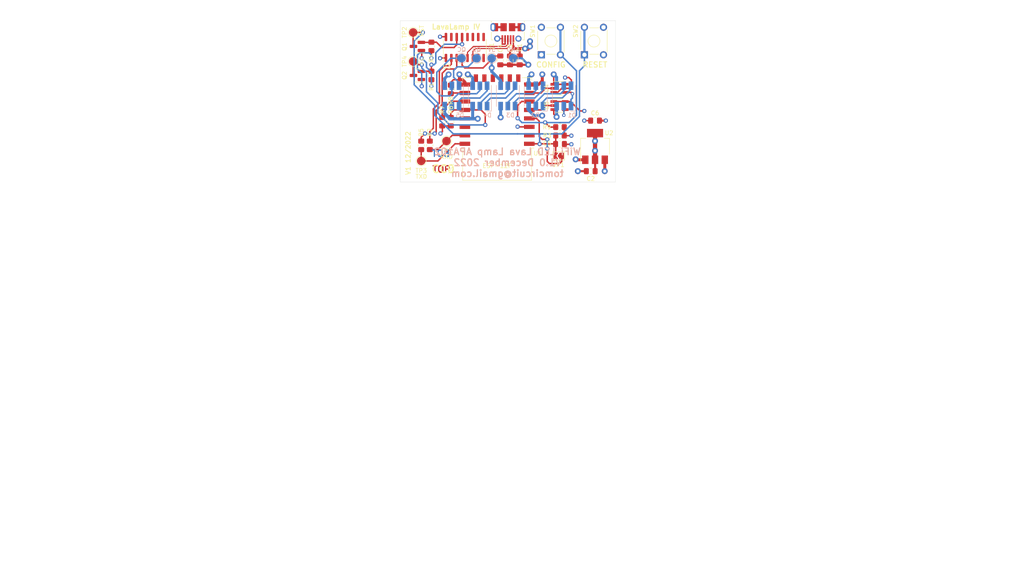
<source format=kicad_pcb>
(kicad_pcb (version 20211014) (generator pcbnew)
  (title_block (title "ESP-12F APA102 LED Lava Lamp") (date "2022-12-13") (rev "1") (company "tomcircuit@gmail.com") (comment 1 "CC PD"))
  (layers (0 "F.Cu" signal) (1 "In1.Cu" mixed) (2 "In2.Cu" mixed) (31 "B.Cu" signal) (36 "B.SilkS" user "B.Silkscreen") (37 "F.SilkS" user "F.Silkscreen") (38 "B.Mask" user) (39 "F.Mask" user) (44 "Edge.Cuts" user))
  (net 0 "")
  (net 1 "GND")
  (net 2 "/MOSI")
  (net 3 "Net-(J1-Pad2)")
  (net 4 "/SCLK")
  (net 5 "+5V")
  (net 6 "Net-(D1-Pad5)")
  (net 7 "Net-(D1-Pad6)")
  (net 8 "Net-(D2-Pad5)")
  (net 9 "Net-(D2-Pad6)")
  (net 10 "Net-(D3-Pad5)")
  (net 11 "Net-(D3-Pad6)")
  (net 12 "Net-(D4-Pad5)")
  (net 13 "Net-(D4-Pad6)")
  (net 14 "Net-(D5-Pad5)")
  (net 15 "Net-(J1-Pad3)")
  (net 16 "/WAKE")
  (net 17 "/RST")
  (net 18 "Net-(Q1-Pad1)")
  (net 19 "/RTS")
  (net 20 "Net-(Q2-Pad1)")
  (net 21 "/DTR")
  (net 22 "/GPIO0")
  (net 23 "/USBTX")
  (net 24 "/RXD0")
  (net 25 "VDD")
  (net 26 "/USBRX")
  (net 27 "/TXD0")
  (net 28 "/GPIO2")
  (net 30 "/GPIO14")
  (net 31 "/GPIO13")
  (net 38 "Net-(C4-Pad1)")
  (net 47 "/GPIO12")
  (net 48 "/GPIO15")
  (net 50 "Net-(D5-Pad6)")
  (footprint "Connector_USB:USB_Micro-B_Molex-105017-0001" (layer "F.Cu") (at 150.000005 61.743996 180)
    (fp_text reference "J1")
    (fp_text value "USB_B_Micro")
  )
  (footprint "TestPoint:TestPoint_Pad_D2.0mm" (layer "F.Cu") (at 127.648 61.744 180)
    (fp_text reference "TP2")
    (fp_text value "RST")
  )
  (footprint "TestPoint:TestPoint_Pad_D2.0mm" (layer "F.Cu") (at 127.648 68.602)
    (fp_text reference "TP4")
    (fp_text value "GPIO0")
  )
  (footprint "Capacitor_SMD:C_0805_2012Metric_Pad1.18x1.45mm_HandSolder" (layer "F.Cu") (at 148.222 68.348 -90)
    (fp_text reference "C4")
    (fp_text value "100nF")
  )
  (footprint "Resistor_SMD:R_0805_2012Metric_Pad1.20x1.40mm_HandSolder" (layer "F.Cu") (at 131.966 65.046 -90)
    (fp_text reference "R4")
    (fp_text value "10K")
  )
  (footprint "Resistor_SMD:R_0805_2012Metric_Pad1.20x1.40mm_HandSolder" (layer "F.Cu") (at 136.538 75.206 -90)
    (fp_text reference "R8")
    (fp_text value "10K")
  )
  (footprint "MountingHole:MountingHole_3.2mm_M3" (layer "F.Cu") (at 171.844005 74.443996)
    (fp_text reference "H2" hide)
    (fp_text value "0.125in hole")
  )
  (footprint "Button_Switch_THT:SW_TH_Tactile_Omron_B3F-10xx" (layer "F.Cu") (at 157.91 67.026 90)
    (fp_text reference "SW1")
    (fp_text value "SW_Push_Dual")
  )
  (footprint "Capacitor_SMD:C_0805_2012Metric_Pad1.18x1.45mm_HandSolder" (layer "F.Cu") (at 170.574 82.572)
    (fp_text reference "C6")
    (fp_text value "100nF")
  )
  (footprint "TestPoint:TestPoint_Pad_D2.0mm" (layer "F.Cu") (at 135.522 87.398 -90)
    (fp_text reference "TP1")
    (fp_text value "RXD")
  )
  (footprint "Jumper:SolderJumper-2_P1.3mm_Open_TrianglePad1.0x1.5mm" (layer "F.Cu") (at 162 90.9 180)
    (fp_text reference "JP1")
    (fp_text value "Jumper_2_Open" hide)
  )
  (footprint "Capacitor_SMD:C_0805_2012Metric_Pad1.18x1.45mm_HandSolder" (layer "F.Cu") (at 150.508 68.348 -90)
    (fp_text reference "C3")
    (fp_text value "100nF")
  )
  (footprint "Package_TO_SOT_SMD:SOT-223-3_TabPin2" (layer "F.Cu") (at 170.574 88.668 90)
    (fp_text reference "U2")
    (fp_text value "LM1117-3.3")
  )
  (footprint "Resistor_SMD:R_0805_2012Metric_Pad1.20x1.40mm_HandSolder" (layer "F.Cu") (at 136.538 82.826 -90)
    (fp_text reference "R6")
    (fp_text value "10K")
  )
  (footprint "Resistor_SMD:R_0805_2012Metric_Pad1.20x1.40mm_HandSolder" (layer "F.Cu") (at 134.506 82.826 90)
    (fp_text reference "R7")
    (fp_text value "10K")
  )
  (footprint "Resistor_SMD:R_0805_2012Metric_Pad1.20x1.40mm_HandSolder" (layer "F.Cu") (at 162.3 84.096 180)
    (fp_text reference "R9")
    (fp_text value "10K")
  )
  (footprint "Capacitor_SMD:C_0805_2012Metric_Pad1.18x1.45mm_HandSolder" (layer "F.Cu") (at 162.3 88.1)
    (fp_text reference "C5")
    (fp_text value "470pF")
  )
  (footprint "Resistor_SMD:R_0805_2012Metric_Pad1.20x1.40mm_HandSolder" (layer "F.Cu") (at 129.553 88.414 -90)
    (fp_text reference "R5")
    (fp_text value "470")
  )
  (footprint "Package_TO_SOT_SMD:SOT-23-5_HandSoldering" (layer "F.Cu") (at 162.192 79.016)
    (fp_text reference "U5")
    (fp_text value "74AHCT1G126")
  )
  (footprint "TestPoint:TestPoint_Pad_D2.0mm" (layer "F.Cu") (at 129.553 92.097 90)
    (fp_text reference "TP3")
    (fp_text value "TXD")
  )
  (footprint "RF_Module:ESP-12E" (layer "F.Cu") (at 147.46 84.546 180)
    (fp_text reference "U1")
    (fp_text value "ESP-12F")
  )
  (footprint "Package_TO_SOT_SMD:SOT-23-5_HandSoldering" (layer "F.Cu") (at 162.192 74.952)
    (fp_text reference "U4")
    (fp_text value "74AHCT1G126")
  )
  (footprint "Resistor_SMD:R_0805_2012Metric_Pad1.20x1.40mm_HandSolder" (layer "F.Cu") (at 131.966 71.904 -90)
    (fp_text reference "R1")
    (fp_text value "10K")
  )
  (footprint "Resistor_SMD:R_0805_2012Metric_Pad1.20x1.40mm_HandSolder" (layer "F.Cu") (at 131.585 88.414 -90)
    (fp_text reference "R2")
    (fp_text value "470")
  )
  (footprint "Button_Switch_THT:SW_TH_Tactile_Omron_B3F-10xx" (layer "F.Cu") (at 168.07 67.026 90)
    (fp_text reference "SW2")
    (fp_text value "SW_Push_Dual")
  )
  (footprint "Resistor_SMD:R_0805_2012Metric_Pad1.20x1.40mm_HandSolder" (layer "F.Cu") (at 162.3 86.1)
    (fp_text reference "R3")
    (fp_text value "10K")
  )
  (footprint "Capacitor_SMD:C_0805_2012Metric_Pad1.18x1.45mm_HandSolder" (layer "F.Cu") (at 169.558 94.51 180)
    (fp_text reference "C2")
    (fp_text value "4.7uF")
  )
  (footprint "Package_TO_SOT_SMD:SOT-23" (layer "F.Cu") (at 128.664 65.046 180)
    (fp_text reference "Q1")
    (fp_text value "MMBTA06")
  )
  (footprint "Capacitor_SMD:C_0805_2012Metric_Pad1.18x1.45mm_HandSolder" (layer "F.Cu") (at 152.794 68.348 -90)
    (fp_text reference "C1")
    (fp_text value "4.7uF")
  )
  (footprint "Package_SO:SOIC-16_3.9x9.9mm_P1.27mm" (layer "F.Cu") (at 139.84 65.3 90)
    (fp_text reference "U3")
    (fp_text value "CH340C")
  )
  (footprint "Package_TO_SOT_SMD:SOT-23" (layer "F.Cu") (at 128.664 71.904 180)
    (fp_text reference "Q2")
    (fp_text value "MMBTA06")
  )
  (footprint "MountingHole:MountingHole_3.2mm_M3" (layer "F.Cu") (at 128.156 79.524)
    (fp_text reference "H1" hide)
    (fp_text value "0.125in hole")
  )
  (footprint "TestPoint:TestPoint_Pad_D2.0mm" (layer "B.Cu") (at 142.634 67.84 180)
    (fp_text reference "TP5" hide)
    (fp_text value "QD")
  )
  (footprint "LED_SMD:LED_RGB_5050-6" (layer "B.Cu") (at 163.208005 76.729996 90)
    (fp_text reference "D1")
    (fp_text value "APA102")
  )
  (footprint "LED_SMD:LED_RGB_5050-6" (layer "B.Cu") (at 150.000005 76.729996 90)
    (fp_text reference "D3")
    (fp_text value "APA102")
  )
  (footprint "TestPoint:TestPoint_Pad_D2.0mm" (layer "B.Cu") (at 139.078005 67.839996 180)
    (fp_text reference "TP6" hide)
    (fp_text value "QC")
  )
  (footprint "LED_SMD:LED_RGB_5050-6" (layer "B.Cu") (at 143.396005 76.729996 90)
    (fp_text reference "D4")
    (fp_text value "APA102")
  )
  (footprint "LED_SMD:LED_RGB_5050-6" (layer "B.Cu") (at 136.792005 76.729996 90)
    (fp_text reference "D5")
    (fp_text value "APA102")
  )
  (footprint "TestPoint:TestPoint_Pad_D2.0mm" (layer "B.Cu") (at 146.190005 67.839996 180)
    (fp_text reference "TP8" hide)
    (fp_text value "5V")
  )
  (footprint "LED_SMD:LED_RGB_5050-6" (layer "B.Cu") (at 156.604005 76.729996 90)
    (fp_text reference "D2")
    (fp_text value "APA102")
  )
  (footprint "TestPoint:TestPoint_Pad_D2.0mm" (layer "B.Cu") (at 151.267745 67.830445 180)
    (fp_text reference "TP7" hide)
    (fp_text value "GND")
  )
  (gr_line (start 137.173 92.859) (end 136.03 95.018) (layer "F.SilkS") (width 0.12))
  (gr_line (start 124.6 97.05) (end 175.4 97.05) (layer "Edge.Cuts") (width 0.05))
  (gr_line (start 175.4 97.05) (end 175.4 58.95) (layer "Edge.Cuts") (width 0.05))
  (gr_line (start 175.4 58.95) (end 124.6 58.95) (layer "Edge.Cuts") (width 0.05))
  (gr_line (start 124.6 58.95) (end 124.6 97.05) (layer "Edge.Cuts") (width 0.05))
  (gr_text "TOP" (at 134.3536 94.0528) (layer "F.Cu") (effects (font (size 1.5 1.5) (thickness 0.3))))
  (gr_text "BOT" (at 134.2012 90.3444) (layer "B.Cu") (effects (font (size 1.5 1.5) (thickness 0.3)) (justify mirror)))
  (gr_text "WiFi LED Lava Lamp APA102\nV1.0 December 2022\ntomcircuit@gmail.com" (at 149.9 92.478) (layer "B.SilkS") (effects (font (size 1.6 1.6) (thickness 0.3)) (justify mirror)))
  (gr_text "CONFIG" (at 160.16 69.364) (layer "F.SilkS") (effects (font (size 1.27 1.27) (thickness 0.2286))))
  (gr_text "LavaLamp IV" (at 137.7572 60.4232) (layer "F.SilkS") (effects (font (size 1.2 1.2) (thickness 0.25))))
  (gr_text "V1 12/2022" (at 126.4796 90.2428 90) (layer "F.SilkS") (effects (font (size 1.1 1.1) (thickness 0.2))))
  (gr_text "RESET" (at 170.574005 69.364) (layer "F.SilkS") (effects (font (size 1.27 1.27) (thickness 0.2286))))
  (gr_text "CC0" (at 134.76 94.002) (layer "F.SilkS") (effects (font (size 1.8 1.8) (thickness 0.3))))
  (segment (start 139.319999 72.919999) (end 138.570001 72.919999) (width 0.7) (layer "F.Cu") (net 1))
  (segment (start 163.3375 88.1) (end 163.3975 88.16) (width 0.35) (layer "F.Cu") (net 1))
  (segment (start 164.446022 74.952) (end 165 74.398022) (width 0.35) (layer "F.Cu") (net 1))
  (segment (start 148.7 63.206501) (end 148.700005 63.206496) (width 0.35) (layer "F.Cu") (net 1))
  (segment (start 168.274 91.818) (end 166.104 91.818) (width 0.7) (layer "F.Cu") (net 1))
  (segment (start 163.5 72.4) (end 164.4 72.4) (width 0.35) (layer "F.Cu") (net 1))
  (segment (start 149.000005 60.506496) (end 146.500005 60.506496) (width 0.5) (layer "F.Cu") (net 1))
  (segment (start 137.147601 72.919999) (end 138.570001 72.919999) (width 0.35) (layer "F.Cu") (net 1))
  (segment (start 148.700005 63.206496) (end 147.500005 63.206496) (width 0.25) (layer "F.Cu") (net 1))
  (segment (start 160.842 81.042) (end 161.5 81.7) (width 0.35) (layer "F.Cu") (net 1))
  (segment (start 160.842 79.966) (end 160.842 81.042) (width 0.35) (layer "F.Cu") (net 1))
  (segment (start 168.5205 94.51) (end 166.51 94.51) (width 0.5) (layer "F.Cu") (net 1))
  (segment (start 165 74.398022) (end 165 73) (width 0.35) (layer "F.Cu") (net 1))
  (segment (start 154.804501 69.3855) (end 148.222 69.3855) (width 0.5) (layer "F.Cu") (net 1))
  (segment (start 163.3975 88.16) (end 164.986 88.16) (width 0.35) (layer "F.Cu") (net 1))
  (segment (start 149.3 64.5) (end 148.7 64.5) (width 0.35) (layer "F.Cu") (net 1))
  (segment (start 149.350005 63.206496) (end 149.350005 64.449995) (width 0.35) (layer "F.Cu") (net 1))
  (segment (start 135.395 67.775) (end 134.063 67.775) (width 0.35) (layer "F.Cu") (net 1))
  (segment (start 164.4 72.4) (end 165 73) (width 0.35) (layer "F.Cu") (net 1))
  (segment (start 166.104 91.818) (end 166.002 91.716) (width 0.7) (layer "F.Cu") (net 1))
  (segment (start 134.063 67.775) (end 133.998 67.84) (width 0.35) (layer "F.Cu") (net 1))
  (segment (start 162.7 74.952) (end 164.446022 74.952) (width 0.35) (layer "F.Cu") (net 1))
  (segment (start 154.826005 69.363996) (end 154.804501 69.3855) (width 0.5) (layer "F.Cu") (net 1))
  (segment (start 138.57 71.65) (end 138.570001 72.919999) (width 0.7) (layer "F.Cu") (net 1))
  (segment (start 152.900005 60.506496) (end 151.000005 60.506496) (width 0.5) (layer "F.Cu") (net 1))
  (segment (start 148.7 64.5) (end 148.7 63.206501) (width 0.35) (layer "F.Cu") (net 1))
  (segment (start 171.6115 82.572) (end 173.114 82.572) (width 0.5) (layer "F.Cu") (net 1))
  (segment (start 161.75 75.902) (end 162.7 74.952) (width 0.35) (layer "F.Cu") (net 1))
  (segment (start 139.86 73.46) (end 139.319999 72.919999) (width 0.7) (layer "F.Cu") (net 1))
  (segment (start 160.842 75.902) (end 161.75 75.902) (width 0.35) (layer "F.Cu") (net 1))
  (segment (start 139.86 74.046) (end 139.86 73.46) (width 0.7) (layer "F.Cu") (net 1))
  (segment (start 136.538 74.206) (end 136.538 73.5296) (width 0.35) (layer "F.Cu") (net 1))
  (segment (start 149.350005 64.449995) (end 149.3 64.5) (width 0.35) (layer "F.Cu") (net 1))
  (segment (start 136.538 73.5296) (end 137.147601 72.919999) (width 0.35) (layer "F.Cu") (net 1))
  (via (at 164.986 88.16) (size 1) (drill 0.5) (layers "F.Cu" "B.Cu") (net 1))
  (via (at 138.57 71.65) (size 1.4) (drill 0.7) (layers "F.Cu" "B.Cu") (net 1))
  (via (at 133.998 67.84) (size 1) (drill 0.5) (layers "F.Cu" "B.Cu") (net 1))
  (via (at 161.5 81.7) (size 1.4) (drill 0.7) (layers "F.Cu" "B.Cu") (net 1))
  (via (at 166.002 91.716) (size 1.4) (drill 0.7) (layers "F.Cu" "B.Cu") (net 1))
  (via (at 163.5 72.4) (size 1) (drill 0.5) (layers "F.Cu" "B.Cu") (net 1))
  (via (at 173.114 82.572) (size 1) (drill 0.5) (layers "F.Cu" "B.Cu") (net 1))
  (via (at 148.3 81.8) (size 1.4) (drill 0.7) (layers "F.Cu" "B.Cu") (net 1))
  (via (at 158.1 81.4) (size 1.4) (drill 0.7) (layers "F.Cu" "B.Cu") (net 1))
  (via (at 166.51 94.51) (size 1.4) (drill 0.7) (layers "F.Cu" "B.Cu") (net 1))
  (via (at 142.888 82.1225) (size 1.4) (drill 0.7) (layers "F.Cu" "B.Cu") (net 1))
  (via (at 154.826005 69.363996) (size 1.4) (drill 0.7) (layers "F.Cu" "B.Cu") (net 1))
  (segment (start 151.267745 67.830445) (end 153.292445 67.830445) (width 0.5) (layer "B.Cu") (net 1))
  (segment (start 156.2 81.4) (end 158.1 81.4) (width 0.7) (layer "B.Cu") (net 1))
  (segment (start 154.825996 69.363996) (end 154.826005 69.363996) (width 0.5) (layer "B.Cu") (net 1))
  (segment (start 161.508005 79.129996) (end 161.508005 81.691995) (width 0.7) (layer "B.Cu") (net 1))
  (segment (start 141.7196 82.1656) (end 141.7627 82.1225) (width 0.7) (layer "B.Cu") (net 1))
  (segment (start 135.092005 80.872005) (end 136.3425 82.1225) (width 0.8) (layer "B.Cu") (net 1))
  (segment (start 148.300005 79.129996) (end 148.300005 81.799995) (width 0.7) (layer "B.Cu") (net 1))
  (segment (start 135.092005 79.129996) (end 135.092005 80.872005) (width 0.7) (layer "B.Cu") (net 1))
  (segment (start 153.292445 67.830445) (end 154.825996 69.363996) (width 0.5) (layer "B.Cu") (net 1))
  (segment (start 161.508005 81.691995) (end 161.5 81.7) (width 0.7) (layer "B.Cu") (net 1))
  (segment (start 136.3425 82.1225) (end 142.888 82.1225) (width 0.8) (layer "B.Cu") (net 1))
  (segment (start 141.696005 79.129996) (end 141.696005 82.142005) (width 0.7) (layer "B.Cu") (net 1))
  (segment (start 148.300005 81.799995) (end 148.3 81.8) (width 0.7) (layer "B.Cu") (net 1))
  (segment (start 154.904005 80.104005) (end 156.2 81.4) (width 0.7) (layer "B.Cu") (net 1))
  (segment (start 154.904005 79.129996) (end 154.904005 80.104005) (width 0.7) (layer "B.Cu") (net 1))
  (segment (start 141.696005 82.142005) (end 141.7196 82.1656) (width 0.7) (layer "B.Cu") (net 1))
  (segment (start 141.7627 82.1225) (end 142.888 82.1225) (width 0.7) (layer "B.Cu") (net 1))
  (segment (start 164.92 75.902) (end 165.24 76.222) (width 0.35) (layer "F.Cu") (net 2))
  (segment (start 163.542 75.902) (end 164.92 75.902) (width 0.35) (layer "F.Cu") (net 2))
  (via (at 165.24 76.222) (size 0.8) (drill 0.4) (layers "F.Cu" "B.Cu") (net 2))
  (segment (start 164.908005 77.569995) (end 165.24 77.238) (width 0.35) (layer "B.Cu") (net 2))
  (segment (start 164.908005 79.129996) (end 164.908005 77.569995) (width 0.35) (layer "B.Cu") (net 2))
  (segment (start 165.24 77.238) (end 165.24 76.222) (width 0.35) (layer "B.Cu") (net 2))
  (segment (start 141.745 66.189) (end 141.745 68.283) (width 0.25) (layer "F.Cu") (net 3))
  (segment (start 150.650005 64.649995) (end 149.746 65.554) (width 0.25) (layer "F.Cu") (net 3))
  (segment (start 142.38 65.554) (end 141.745 66.189) (width 0.25) (layer "F.Cu") (net 3))
  (segment (start 150.650005 63.206496) (end 150.650005 64.649995) (width 0.35) (layer "F.Cu") (net 3))
  (segment (start 149.746 65.554) (end 142.38 65.554) (width 0.25) (layer "F.Cu") (net 3))
  (segment (start 163.208 80.3) (end 163.208 81.302) (width 0.35) (layer "F.Cu") (net 4))
  (segment (start 163.542 79.966) (end 163.208 80.3) (width 0.35) (layer "F.Cu") (net 4))
  (via (at 163.208 81.302) (size 0.8) (drill 0.4) (layers "F.Cu" "B.Cu") (net 4))
  (segment (start 163.208005 81.301995) (end 163.208 81.302) (width 0.35) (layer "B.Cu") (net 4))
  (segment (start 163.208005 79.129996) (end 163.208005 81.301995) (width 0.35) (layer "B.Cu") (net 4))
  (segment (start 151.300005 63.206496) (end 151.300005 65.015995) (width 0.35) (layer "F.Cu") (net 5))
  (segment (start 172.874 91.818) (end 172.874 94.496) (width 0.7) (layer "F.Cu") (net 5))
  (segment (start 167.018 80.286) (end 168.034 80.286) (width 0.35) (layer "F.Cu") (net 5))
  (segment (start 160.842 74.002) (end 163.542 74.002) (width 0.35) (layer "F.Cu") (net 5))
  (segment (start 164.798 78.066) (end 167.018 80.286) (width 0.35) (layer "F.Cu") (net 5))
  (segment (start 135.395 62.825) (end 135.33 62.76) (width 0.35) (layer "F.Cu") (net 5))
  (segment (start 160.668 73.936) (end 160.8204 73.7836) (width 0.35) (layer "F.Cu") (net 5))
  (segment (start 154.699 65.554) (end 155.207 65.046) (width 1) (layer "F.Cu") (net 5))
  (segment (start 151.27 65.554) (end 150.508 66.316) (width 0.5) (layer "F.Cu") (net 5))
  (segment (start 163.541989 78.066011) (end 160.841995 78.066011) (width 0.35) (layer "F.Cu") (net 5))
  (segment (start 155.2324 65.0206) (end 155.2324 63.8268) (width 1) (layer "F.Cu") (net 5))
  (segment (start 152.794005 65.553996) (end 152.794005 67.310508) (width 0.5) (layer "F.Cu") (net 5))
  (segment (start 172.874 94.496) (end 172.86 94.51) (width 0.7) (layer "F.Cu") (net 5))
  (segment (start 151.27 65.554) (end 152.794 65.554) (width 0.7) (layer "F.Cu") (net 5))
  (segment (start 155.207 65.046) (end 155.2324 65.0206) (width 1) (layer "F.Cu") (net 5))
  (segment (start 152.794 65.554) (end 154.064 65.554) (width 0.7) (layer "F.Cu") (net 5))
  (segment (start 163.542 78.066) (end 164.798 78.066) (width 0.35) (layer "F.Cu") (net 5))
  (segment (start 160.842 74.002) (end 160.734 74.002) (width 0.25) (layer "F.Cu") (net 5))
  (segment (start 168.034 82.572) (end 169.5365 82.572) (width 0.35) (layer "F.Cu") (net 5))
  (segment (start 160.734 74.002) (end 160.668 73.936) (width 0.25) (layer "F.Cu") (net 5))
  (segment (start 154.064 65.554) (end 154.699 65.554) (width 1) (layer "F.Cu") (net 5))
  (segment (start 135.33 62.76) (end 133.998 62.76) (width 0.35) (layer "F.Cu") (net 5))
  (segment (start 151.27 65.046) (end 151.27 65.554) (width 0.7) (layer "F.Cu") (net 5))
  (segment (start 151.300005 65.015995) (end 151.27 65.046) (width 0.35) (layer "F.Cu") (net 5))
  (segment (start 160.8204 73.7836) (end 160.8204 71.65) (width 0.35) (layer "F.Cu") (net 5))
  (segment (start 150.508 66.316) (end 150.508 67.3105) (width 0.5) (layer "F.Cu") (net 5))
  (via (at 155.588 71.65) (size 1.4) (drill 0.7) (layers "F.Cu" "B.Cu") (net 5))
  (via (at 168.034 80.286) (size 1) (drill 0.5) (layers "F.Cu" "B.Cu") (net 5))
  (via (at 140.5512 71.65) (size 1.4) (drill 0.7) (layers "F.Cu" "B.Cu") (net 5))
  (via (at 168.034 82.572) (size 1) (drill 0.5) (layers "F.Cu" "B.Cu") (net 5))
  (via (at 155.2324 63.8268) (size 1.4) (drill 0.7) (layers "F.Cu" "B.Cu") (net 5))
  (via (at 136.023395 71.676419) (size 1.4) (drill 0.7) (layers "F.Cu" "B.Cu") (net 5))
  (via (at 172.86 94.51) (size 1.4) (drill 0.7) (layers "F.Cu" "B.Cu") (net 5))
  (via (at 160.8204 71.65) (size 1.4) (drill 0.7) (layers "F.Cu" "B.Cu") (net 5))
  (via (at 155.207 65.046) (size 1.4) (drill 0.7) (layers "F.Cu" "B.Cu") (net 5))
  (via (at 146.19 70.126) (size 1.4) (drill 0.7) (layers "F.Cu" "B.Cu") (net 5))
  (via (at 154.064 65.554) (size 1.4) (drill 0.7) (layers "F.Cu" "B.Cu") (net 5))
  (via (at 133.998 62.76) (size 1) (drill 0.5) (layers "F.Cu" "B.Cu") (net 5))
  (segment (start 135.092005 74.329996) (end 135.092005 72.607809) (width 0.7) (layer "B.Cu") (net 5))
  (segment (start 146.19 70.99) (end 146.19 70.126) (width 0.7) (layer "B.Cu") (net 5))
  (segment (start 141.696005 72.496005) (end 140.85 71.65) (width 0.7) (layer "B.Cu") (net 5))
  (segment (start 140.85 71.65) (end 140.5512 71.65) (width 0.7) (layer "B.Cu") (net 5))
  (segment (start 146.19 67.84) (end 146.19 70.126) (width 0.5) (layer "B.Cu") (net 5))
  (segment (start 154.904005 74.329996) (end 154.904005 72.333995) (width 0.7) (layer "B.Cu") (net 5))
  (segment (start 154.904005 72.333995) (end 155.588 71.65) (width 0.7) (layer "B.Cu") (net 5))
  (segment (start 148.300005 73.100005) (end 146.19 70.99) (width 0.7) (layer "B.Cu") (net 5))
  (segment (start 135.092005 72.607809) (end 136.023395 71.676419) (width 0.7) (layer "B.Cu") (net 5))
  (segment (start 148.300005 74.329996) (end 148.300005 73.100005) (width 0.7) (layer "B.Cu") (net 5))
  (segment (start 141.696005 74.329996) (end 141.696005 72.496005) (width 0.7) (layer "B.Cu") (net 5))
  (segment (start 161.508005 72.337605) (end 160.8204 71.65) (width 0.7) (layer "B.Cu") (net 5))
  (segment (start 161.508005 74.329996) (end 161.508005 72.337605) (width 0.7) (layer "B.Cu") (net 5))
  (segment (start 162.446 76.222) (end 158.636 76.222) (width 0.35) (layer "B.Cu") (net 6))
  (segment (start 158.636 76.222) (end 156.604 78.254) (width 0.35) (layer "B.Cu") (net 6))
  (segment (start 163.208 74.33) (end 163.208 75.46) (width 0.35) (layer "B.Cu") (net 6))
  (segment (start 156.604 78.254) (end 156.604 79.13) (width 0.35) (layer "B.Cu") (net 6))
  (segment (start 163.208 75.46) (end 162.446 76.222) (width 0.35) (layer "B.Cu") (net 6))
  (segment (start 164.908 74.33) (end 164.908 75.157) (width 0.35) (layer "B.Cu") (net 7))
  (segment (start 164.908 75.157) (end 162.827 77.238) (width 0.35) (layer "B.Cu") (net 7))
  (segment (start 162.827 77.238) (end 159.144 77.238) (width 0.35) (layer "B.Cu") (net 7))
  (segment (start 158.304 78.078) (end 158.304 79.13) (width 0.35) (layer "B.Cu") (net 7))
  (segment (start 159.144 77.238) (end 158.304 78.078) (width 0.35) (layer "B.Cu") (net 7))
  (segment (start 150 78.254) (end 150 79.13) (width 0.35) (layer "B.Cu") (net 8))
  (segment (start 156.604 74.33) (end 156.604 75.46) (width 0.35) (layer "B.Cu") (net 8))
  (segment (start 156.604 75.46) (end 155.842 76.222) (width 0.35) (layer "B.Cu") (net 8))
  (segment (start 152.032 76.222) (end 150 78.254) (width 0.35) (layer "B.Cu") (net 8))
  (segment (start 155.842 76.222) (end 152.032 76.222) (width 0.35) (layer "B.Cu") (net 8))
  (segment (start 156.35 77.238) (end 152.54 77.238) (width 0.35) (layer "B.Cu") (net 9))
  (segment (start 151.7 78.078) (end 151.7 79.13) (width 0.35) (layer "B.Cu") (net 9))
  (segment (start 152.54 77.238) (end 151.7 78.078) (width 0.35) (layer "B.Cu") (net 9))
  (segment (start 158.304 74.33) (end 158.304 75.284) (width 0.35) (layer "B.Cu") (net 9))
  (segment (start 158.304 75.284) (end 156.35 77.238) (width 0.35) (layer "B.Cu") (net 9))
  (segment (start 143.396 78.508) (end 143.396 79.13) (width 0.35) (layer "B.Cu") (net 10))
  (segment (start 150 75.46) (end 149.238 76.222) (width 0.35) (layer "B.Cu") (net 10))
  (segment (start 149.238 76.222) (end 145.682 76.222) (width 0.35) (layer "B.Cu") (net 10))
  (segment (start 150 74.33) (end 150 75.46) (width 0.35) (layer "B.Cu") (net 10))
  (segment (start 145.682 76.222) (end 143.396 78.508) (width 0.35) (layer "B.Cu") (net 10))
  (segment (start 151.7 74.33) (end 151.7 75.03) (width 0.35) (layer "B.Cu") (net 11))
  (segment (start 145.096 78.078) (end 145.096 79.13) (width 0.35) (layer "B.Cu") (net 11))
  (segment (start 145.936 77.238) (end 145.096 78.078) (width 0.35) (layer "B.Cu") (net 11))
  (segment (start 149.492 77.238) (end 145.936 77.238) (width 0.35) (layer "B.Cu") (net 11))
  (segment (start 151.7 75.03) (end 149.492 77.238) (width 0.35) (layer "B.Cu") (net 11))
  (segment (start 136.792 77.746) (end 136.792 79.13) (width 0.35) (layer "B.Cu") (net 12))
  (segment (start 143.396 74.33) (end 143.396 75.46) (width 0.35) (layer "B.Cu") (net 12))
  (segment (start 138.316 76.222) (end 136.792 77.746) (width 0.35) (layer "B.Cu") (net 12))
  (segment (start 143.396 75.46) (end 142.634 76.222) (width 0.35) (layer "B.Cu") (net 12))
  (segment (start 142.634 76.222) (end 138.316 76.222) (width 0.35) (layer "B.Cu") (net 12))
  (segment (start 145.096 75.538) (end 143.396 77.238) (width 0.35) (layer "B.Cu") (net 13))
  (segment (start 145.096 74.33) (end 145.096 75.538) (width 0.35) (layer "B.Cu") (net 13))
  (segment (start 143.396 77.238) (end 139.078 77.238) (width 0.35) (layer "B.Cu") (net 13))
  (segment (start 139.078 77.238) (end 138.492 77.824) (width 0.35) (layer "B.Cu") (net 13))
  (segment (start 138.492 77.824) (end 138.492 79.13) (width 0.35) (layer "B.Cu") (net 13))
  (segment (start 134.252 76.73) (end 133.236 75.714) (width 0.35) (layer "B.Cu") (net 14))
  (segment (start 136.792005 74.329996) (end 136.792005 75.279018) (width 0.35) (layer "B.Cu") (net 14))
  (segment (start 136.792 76.222) (end 136.284 76.73) (width 0.35) (layer "B.Cu") (net 14))
  (segment (start 136.792 75.279023) (end 136.792 76.222) (width 0.35) (layer "B.Cu") (net 14))
  (segment (start 136.284 76.73) (end 134.252 76.73) (width 0.35) (layer "B.Cu") (net 14))
  (segment (start 136.538 67.84) (end 139.078 67.84) (width 0.35) (layer "B.Cu") (net 14))
  (segment (start 133.236 71.142) (end 136.538 67.84) (width 0.35) (layer "B.Cu") (net 14))
  (segment (start 136.792005 75.279018) (end 136.792 75.279023) (width 0.35) (layer "B.Cu") (net 14))
  (segment (start 133.236 75.714) (end 133.236 71.142) (width 0.35) (layer "B.Cu") (net 14))
  (segment (start 150.000005 64.537995) (end 149.492 65.046) (width 0.25) (layer "F.Cu") (net 15))
  (segment (start 150.000005 63.206496) (end 150.000005 64.537995) (width 0.35) (layer "F.Cu") (net 15))
  (segment (start 149.492 65.046) (end 141.872 65.046) (width 0.25) (layer "F.Cu") (net 15))
  (segment (start 140.475 66.443) (end 140.475 68.283) (width 0.25) (layer "F.Cu") (net 15))
  (segment (start 141.872 65.046) (end 140.475 66.443) (width 0.25) (layer "F.Cu") (net 15))
  (segment (start 156.746 82.046) (end 157.4 82.7) (width 0.35) (layer "F.Cu") (net 16))
  (segment (start 157.4 86.3) (end 158.1 87) (width 0.35) (layer "F.Cu") (net 16))
  (segment (start 158.1 87) (end 159.3 87) (width 0.35) (layer "F.Cu") (net 16))
  (segment (start 162.2 92.7) (end 162.725 92.175) (width 0.35) (layer "F.Cu") (net 16))
  (segment (start 159.3 92.2) (end 159.8 92.7) (width 0.35) (layer "F.Cu") (net 16))
  (segment (start 159.8 92.7) (end 162.2 92.7) (width 0.35) (layer "F.Cu") (net 16))
  (segment (start 162.725 92.175) (end 162.725 90.9) (width 0.35) (layer "F.Cu") (net 16))
  (segment (start 157.4 82.7) (end 157.4 86.3) (width 0.35) (layer "F.Cu") (net 16))
  (segment (start 155.06 82.046) (end 156.746 82.046) (width 0.35) (layer "F.Cu") (net 16))
  (segment (start 159.3 89.2) (end 159.3 92.2) (width 0.35) (layer "F.Cu") (net 16))
  (via (at 159.3 89.2) (size 1) (drill 0.5) (layers "F.Cu" "B.Cu") (net 16))
  (via (at 159.3 87) (size 1) (drill 0.5) (layers "F.Cu" "B.Cu") (net 16))
  (segment (start 159.3 89.2) (end 159.3 87) (width 0.35) (layer "B.Cu") (net 16))
  (segment (start 161.2085 88.046) (end 161.2625 88.1) (width 0.35) (layer "F.Cu") (net 17))
  (segment (start 161.3 88.1375) (end 161.3 90.65) (width 0.35) (layer "F.Cu") (net 17))
  (segment (start 161.2625 88.1) (end 161.3 88.1375) (width 0.35) (layer "F.Cu") (net 17))
  (segment (start 161.3 86.1) (end 161.3 88.0625) (width 0.35) (layer "F.Cu") (net 17))
  (segment (start 127.648 64.967489) (end 127.726511 65.046) (width 0.35) (layer "F.Cu") (net 17))
  (segment (start 155.06 88.046) (end 161.2085 88.046) (width 0.35) (layer "F.Cu") (net 17))
  (segment (start 127.648 61.744) (end 129.934 61.744) (width 0.35) (layer "F.Cu") (net 17))
  (segment (start 127.648 61.744) (end 127.648 64.967489) (width 0.35) (layer "F.Cu") (net 17))
  (segment (start 161.3 88.0625) (end 161.2625 88.1) (width 0.35) (layer "F.Cu") (net 17))
  (via (at 157.5 88.1) (size 1) (drill 0.5) (layers "F.Cu" "B.Cu") (net 17))
  (via (at 129.934 61.744) (size 1) (drill 0.5) (layers "F.Cu" "B.Cu") (net 17))
  (segment (start 157.5 88.1) (end 157.5 85.8) (width 0.35) (layer "B.Cu") (net 17))
  (segment (start 157.5 85.8) (end 157.4 85.7) (width 0.35) (layer "B.Cu") (net 17))
  (segment (start 168.07 67.026) (end 168.07 69.63) (width 0.35) (layer "B.Cu") (net 17))
  (segment (start 137.126 85.7) (end 152.286 85.7) (width 0.35) (layer "B.Cu") (net 17))
  (segment (start 127.902 63.776) (end 127.902 74.102) (width 0.35) (layer "B.Cu") (net 17))
  (segment (start 127.902 74.102) (end 132.728 78.928) (width 0.35) (layer "B.Cu") (net 17))
  (segment (start 132.728 81.302) (end 137.126 85.7) (width 0.35) (layer "B.Cu") (net 17))
  (segment (start 132.728 78.928) (end 132.728 81.302) (width 0.35) (layer "B.Cu") (net 17))
  (segment (start 166.9 81.5724) (end 162.7724 85.7) (width 0.35) (layer "B.Cu") (net 17))
  (segment (start 166.9 70.8) (end 166.9 81.5724) (width 0.35) (layer "B.Cu") (net 17))
  (segment (start 162.7724 85.7) (end 157.4 85.7) (width 0.35) (layer "B.Cu") (net 17))
  (segment (start 129.934 61.744) (end 127.902 63.776) (width 0.35) (layer "B.Cu") (net 17))
  (segment (start 157.4 85.7) (end 152.286 85.7) (width 0.35) (layer "B.Cu") (net 17))
  (segment (start 168.07 60.526) (end 168.07 67.026) (width 0.5) (layer "B.Cu") (net 17))
  (segment (start 168.07 69.63) (end 166.9 70.8) (width 0.35) (layer "B.Cu") (net 17))
  (segment (start 129.601488 65.996011) (end 129.68 66.074523) (width 0.35) (layer "F.Cu") (net 18))
  (segment (start 131.966 72.904) (end 131.966 74.444) (width 0.35) (layer "F.Cu") (net 18))
  (segment (start 129.68 66.074523) (end 129.68 67.84) (width 0.35) (layer "F.Cu") (net 18))
  (via (at 131.966 74.444) (size 1) (drill 0.5) (layers "F.Cu" "B.Cu") (net 18))
  (via (at 129.68 67.84) (size 1) (drill 0.5) (layers "F.Cu" "B.Cu") (net 18))
  (segment (start 129.7308 67.84) (end 130.8 68.9092) (width 0.35) (layer "B.Cu") (net 18))
  (segment (start 130.8 69.976) (end 131.966 71.142) (width 0.35) (layer "B.Cu") (net 18))
  (segment (start 131.966 71.142) (end 131.966 74.444) (width 0.35) (layer "B.Cu") (net 18))
  (segment (start 129.68 67.84) (end 129.7308 67.84) (width 0.35) (layer "B.Cu") (net 18))
  (segment (start 130.8 68.9092) (end 130.8 69.976) (width 0.35) (layer "B.Cu") (net 18))
  (segment (start 129.601488 64.095989) (end 131.916011 64.095989) (width 0.35) (layer "F.Cu") (net 19))
  (segment (start 131.916011 64.095989) (end 131.966 64.046) (width 0.35) (layer "F.Cu") (net 19))
  (segment (start 131.966 64.046) (end 133.146 64.046) (width 0.35) (layer "F.Cu") (net 19))
  (segment (start 137.3 65.3) (end 137.935 64.665) (width 0.35) (layer "F.Cu") (net 19))
  (segment (start 134.4 65.3) (end 137.3 65.3) (width 0.35) (layer "F.Cu") (net 19))
  (segment (start 133.146 64.046) (end 134.4 65.3) (width 0.35) (layer "F.Cu") (net 19))
  (segment (start 137.935 64.665) (end 137.935 62.825) (width 0.35) (layer "F.Cu") (net 19))
  (segment (start 129.601488 72.854011) (end 129.68 72.932523) (width 0.35) (layer "F.Cu") (net 20))
  (segment (start 129.68 72.932523) (end 129.68 74.444) (width 0.35) (layer "F.Cu") (net 20))
  (segment (start 131.966 66.046) (end 131.966 67.84) (width 0.35) (layer "F.Cu") (net 20))
  (via (at 131.966 67.84) (size 1) (drill 0.5) (layers "F.Cu" "B.Cu") (net 20))
  (via (at 129.68 74.444) (size 1) (drill 0.5) (layers "F.Cu" "B.Cu") (net 20))
  (segment (start 128.664 70.38) (end 129.68 71.396) (width 0.35) (layer "B.Cu") (net 20))
  (segment (start 129.172 66.57) (end 128.664 67.078) (width 0.35) (layer "B.Cu") (net 20))
  (segment (start 131.966 67.078) (end 131.458 66.57) (width 0.35) (layer "B.Cu") (net 20))
  (segment (start 128.664 67.078) (end 128.664 70.38) (width 0.35) (layer "B.Cu") (net 20))
  (segment (start 131.966 67.84) (end 131.966 67.078) (width 0.35) (layer "B.Cu") (net 20))
  (segment (start 131.458 66.57) (end 129.172 66.57) (width 0.35) (layer "B.Cu") (net 20))
  (segment (start 129.68 71.396) (end 129.68 74.444) (width 0.35) (layer "B.Cu") (net 20))
  (segment (start 131.966 70.904) (end 129.651478 70.904) (width 0.35) (layer "F.Cu") (net 21))
  (segment (start 131.966 70.904) (end 131.966 69.364) (width 0.35) (layer "F.Cu") (net 21))
  (segment (start 129.651478 70.904) (end 129.601488 70.95399) (width 0.35) (layer "F.Cu") (net 21))
  (segment (start 139.205 62.825) (end 139.205 64.538) (width 0.35) (layer "F.Cu") (net 21))
  (via (at 131.966 69.364) (size 1) (drill 0.5) (layers "F.Cu" "B.Cu") (net 21))
  (via (at 139.205 64.538) (size 1) (drill 0.5) (layers "F.Cu" "B.Cu") (net 21))
  (segment (start 133 68.965) (end 133 66.55) (width 0.35) (layer "B.Cu") (net 21))
  (segment (start 133 66.55) (end 135.012 64.538) (width 0.35) (layer "B.Cu") (net 21))
  (segment (start 132.601 69.364) (end 133 68.965) (width 0.35) (layer "B.Cu") (net 21))
  (segment (start 135.012 64.538) (end 139.205 64.538) (width 0.35) (layer "B.Cu") (net 21))
  (segment (start 131.966 69.364) (end 132.601 69.364) (width 0.35) (layer "B.Cu") (net 21))
  (segment (start 127.726511 71.904) (end 127.648 71.825489) (width 0.35) (layer "F.Cu") (net 22))
  (segment (start 128.918 69.364) (end 129.68 69.364) (width 0.35) (layer "F.Cu") (net 22))
  (segment (start 127.648 71.825489) (end 127.648 68.602) (width 0.35) (layer "F.Cu") (net 22))
  (segment (start 139.86 80.046) (end 143.664 80.046) (width 0.35) (layer "F.Cu") (net 22))
  (segment (start 127.648 68.602) (end 128.156 68.602) (width 0.35) (layer "F.Cu") (net 22))
  (segment (start 139.86 80.046) (end 137.286 80.046) (width 0.35) (layer "F.Cu") (net 22))
  (segment (start 143.664 80.046) (end 144.666 81.048) (width 0.35) (layer "F.Cu") (net 22))
  (segment (start 137.286 80.046) (end 136.538 80.794) (width 0.35) (layer "F.Cu") (net 22))
  (segment (start 128.156 68.602) (end 128.918 69.364) (width 0.35) (layer "F.Cu") (net 22))
  (segment (start 136.538 80.794) (end 136.538 81.826) (width 0.35) (layer "F.Cu") (net 22))
  (segment (start 144.666 81.048) (end 144.666 83.588) (width 0.35) (layer "F.Cu") (net 22))
  (via (at 129.68 69.364) (size 1) (drill 0.5) (layers "F.Cu" "B.Cu") (net 22))
  (via (at 144.666 83.588) (size 1) (drill 0.5) (layers "F.Cu" "B.Cu") (net 22))
  (segment (start 130.8 71.246) (end 129.68 70.126) (width 0.35) (layer "B.Cu") (net 22))
  (segment (start 133.49 80.794) (end 133.49 78.422) (width 0.35) (layer "B.Cu") (net 22))
  (segment (start 133.49 78.422) (end 130.8 75.732) (width 0.35) (layer "B.Cu") (net 22))
  (segment (start 129.68 70.126) (end 129.68 69.364) (width 0.35) (layer "B.Cu") (net 22))
  (segment (start 130.8 75.732) (end 130.8 71.246) (width 0.35) (layer "B.Cu") (net 22))
  (segment (start 136.284 83.588) (end 133.49 80.794) (width 0.35) (layer "B.Cu") (net 22))
  (segment (start 144.666 83.588) (end 136.284 83.588) (width 0.35) (layer "B.Cu") (net 22))
  (segment (start 132.4232 84.35) (end 131.585 85.1882) (width 0.35) (layer "F.Cu") (net 23))
  (segment (start 135.014 69.618) (end 133.8456 70.7864) (width 0.35) (layer "F.Cu") (net 23))
  (segment (start 133.8456 78.4064) (end 132.4232 79.8288) (width 0.35) (layer "F.Cu") (net 23))
  (segment (start 136.665 67.775) (end 136.665 69.237) (width 0.35) (layer "F.Cu") (net 23))
  (segment (start 133.8456 70.7864) (end 133.8456 78.4064) (width 0.35) (layer "F.Cu") (net 23))
  (segment (start 136.284 69.618) (end 135.014 69.618) (width 0.35) (layer "F.Cu") (net 23))
  (segment (start 131.585 85.1882) (end 131.585 87.414) (width 0.35) (layer "F.Cu") (net 23))
  (segment (start 132.4232 79.8288) (end 132.4232 84.35) (width 0.35) (layer "F.Cu") (net 23))
  (segment (start 136.665 69.237) (end 136.284 69.618) (width 0.35) (layer "F.Cu") (net 23))
  (segment (start 133.49 89.43) (end 133.474 89.414) (width 0.35) (layer "F.Cu") (net 24))
  (segment (start 133.474 89.414) (end 131.585 89.414) (width 0.35) (layer "F.Cu") (net 24))
  (segment (start 136.874 86.046) (end 133.49 89.43) (width 0.35) (layer "F.Cu") (net 24))
  (segment (start 139.86 86.046) (end 136.874 86.046) (width 0.35) (layer "F.Cu") (net 24))
  (segment (start 134.5568 83.8768) (end 134.5568 85.1628) (width 0.35) (layer "F.Cu") (net 25))
  (segment (start 158.128 73.174) (end 158.128 71.65) (width 0.7) (layer "F.Cu") (net 25))
  (segment (start 155.06 84.046) (end 152.346 84.046) (width 0.35) (layer "F.Cu") (net 25))
  (segment (start 170.574005 89.683995) (end 170.574005 87.397995) (width 1) (layer "F.Cu") (net 25))
  (segment (start 136.538 83.826) (end 134.506 83.826) (width 0.35) (layer "F.Cu") (net 25))
  (segment (start 155.06 74.046) (end 157.256 74.046) (width 0.7) (layer "F.Cu") (net 25))
  (segment (start 134.5568 85.1628) (end 134.0996 85.62) (width 0.35) (layer "F.Cu") (net 25))
  (segment (start 157.256 74.046) (end 158.128 73.174) (width 0.7) (layer "F.Cu") (net 25))
  (segment (start 170.574005 87.397995) (end 170.574005 85.51799) (width 1) (layer "F.Cu") (net 25))
  (segment (start 163.3 84.096) (end 163.3 86.1) (width 0.35) (layer "F.Cu") (net 25))
  (segment (start 170.5955 94.51) (end 170.5955 91.8395) (width 0.5) (layer "F.Cu") (net 25))
  (segment (start 152.346 84.046) (end 152.3 84) (width 0.35) (layer "F.Cu") (net 25))
  (segment (start 134.506 83.826) (end 134.5568 83.8768) (width 0.35) (layer "F.Cu") (net 25))
  (segment (start 163.328 86.128) (end 164.986 86.128) (width 0.35) (layer "F.Cu") (net 25))
  (segment (start 170.5955 91.8395) (end 170.574 91.818) (width 0.5) (layer "F.Cu") (net 25))
  (segment (start 170.574005 91.818003) (end 170.574005 89.683995) (width 1) (layer "F.Cu") (net 25))
  (via (at 170.574005 89.683995) (size 1.4) (drill 0.7) (layers "F.Cu" "B.Cu") (net 25))
  (via (at 170.574005 87.397995) (size 1.4) (drill 0.7) (layers "F.Cu" "B.Cu") (net 25))
  (via (at 152.3 84) (size 1) (drill 0.5) (layers "F.Cu" "B.Cu") (net 25))
  (via (at 164.986 86.128) (size 1) (drill 0.5) (layers "F.Cu" "B.Cu") (net 25))
  (via (at 134.0996 85.62) (size 1) (drill 0.5) (layers "F.Cu" "B.Cu") (net 25))
  (via (at 158.128 71.65) (size 1.4) (drill 0.7) (layers "F.Cu" "B.Cu") (net 25))
  (segment (start 135.522 70.38) (end 134.506 71.396) (width 0.35) (layer "F.Cu") (net 26))
  (segment (start 129.553 87.414) (end 129.553 86.509) (width 0.35) (layer "F.Cu") (net 26))
  (segment (start 129.553 86.509) (end 130.442 85.62) (width 0.35) (layer "F.Cu") (net 26))
  (segment (start 133.0836 85.2644) (end 132.728 85.62) (width 0.35) (layer "F.Cu") (net 26))
  (segment (start 134.506 78.762) (end 133.0836 80.1844) (width 0.35) (layer "F.Cu") (net 26))
  (segment (start 137.554 70.38) (end 135.522 70.38) (width 0.35) (layer "F.Cu") (net 26))
  (segment (start 134.506 71.396) (end 134.506 78.762) (width 0.35) (layer "F.Cu") (net 26))
  (segment (start 137.935 68.283) (end 137.935 69.999) (width 0.35) (layer "F.Cu") (net 26))
  (segment (start 137.935 69.999) (end 137.554 70.38) (width 0.35) (layer "F.Cu") (net 26))
  (segment (start 133.0836 80.1844) (end 133.0836 85.2644) (width 0.35) (layer "F.Cu") (net 26))
  (via (at 132.728 85.62) (size 1) (drill 0.5) (layers "F.Cu" "B.Cu") (net 26))
  (via (at 130.442 85.62) (size 1) (drill 0.5) (layers "F.Cu" "B.Cu") (net 26))
  (segment (start 132.728 85.62) (end 130.442 85.62) (width 0.35) (layer "B.Cu") (net 26))
  (segment (start 139.86 88.046) (end 137.541 88.046) (width 0.35) (layer "F.Cu") (net 27))
  (segment (start 133.49 92.097) (end 129.553 92.097) (width 0.35) (layer "F.Cu") (net 27))
  (segment (start 129.553 92.097) (end 129.553 89.414) (width 0.35) (layer "F.Cu") (net 27))
  (segment (start 137.541 88.046) (end 133.49 92.097) (width 0.35) (layer "F.Cu") (net 27))
  (segment (start 134.506 80.032) (end 136.538 78) (width 0.35) (layer "F.Cu") (net 28))
  (segment (start 136.538 78) (end 139.814 78) (width 0.35) (layer "F.Cu") (net 28))
  (segment (start 134.506 81.826) (end 134.506 80.032) (width 0.35) (layer "F.Cu") (net 28))
  (segment (start 139.814 78) (end 139.86 78.046) (width 0.35) (layer "F.Cu") (net 28))
  (segment (start 157.86 80.046) (end 158.89 79.016) (width 0.35) (layer "F.Cu") (net 30))
  (segment (start 155.06 80.046) (end 157.86 80.046) (width 0.35) (layer "F.Cu") (net 30))
  (segment (start 158.89 79.016) (end 160.842 79.016) (width 0.35) (layer "F.Cu") (net 30))
  (segment (start 155.06 76.046) (end 157.796 76.046) (width 0.35) (layer "F.Cu") (net 31))
  (segment (start 157.796 76.046) (end 158.89 74.952) (width 0.35) (layer "F.Cu") (net 31))
  (segment (start 158.89 74.952) (end 160.842 74.952) (width 0.35) (layer "F.Cu") (net 31))
  (segment (start 139.84 70.126) (end 144.158 70.126) (width 0.35) (layer "F.Cu") (net 38))
  (segment (start 139.205 68.283) (end 139.205 69.491) (width 0.35) (layer "F.Cu") (net 38))
  (segment (start 146.9735 67.3105) (end 148.222 67.3105) (width 0.35) (layer "F.Cu") (net 38))
  (segment (start 139.205 69.491) (end 139.84 70.126) (width 0.35) (layer "F.Cu") (net 38))
  (segment (start 144.158 70.126) (end 146.9735 67.3105) (width 0.35) (layer "F.Cu") (net 38))
  (segment (start 159.896 84.096) (end 158.8 83) (width 0.35) (layer "F.Cu") (net 47))
  (segment (start 155.06 78.046) (end 153.254 78.046) (width 0.35) (layer "F.Cu") (net 47))
  (segment (start 161.3 84.096) (end 159.896 84.096) (width 0.35) (layer "F.Cu") (net 47))
  (segment (start 153.254 78.046) (end 152.3 79) (width 0.35) (layer "F.Cu") (net 47))
  (segment (start 152.3 79) (end 152.3 82) (width 0.35) (layer "F.Cu") (net 47))
  (via (at 158.8 83) (size 1) (drill 0.5) (layers "F.Cu" "B.Cu") (net 47))
  (via (at 152.3 82) (size 1) (drill 0.5) (layers "F.Cu" "B.Cu") (net 47))
  (segment (start 162.41 60.526) (end 162.41 67.026) (width 0.5) (layer "B.Cu") (net 47))
  (segment (start 152.3 82) (end 153.3292 83.0292) (width 0.35) (layer "B.Cu") (net 47))
  (segment (start 162.41 67.026) (end 166.2 70.816) (width 0.35) (layer "B.Cu") (net 47))
  (segment (start 166.2 70.816) (end 166.2 81.3) (width 0.35) (layer "B.Cu") (net 47))
  (segment (start 158.8292 83.0292) (end 158.8 83) (width 0.35) (layer "B.Cu") (net 47))
  (segment (start 164.4708 83.0292) (end 158.8292 83.0292) (width 0.35) (layer "B.Cu") (net 47))
  (segment (start 153.3292 83.0292) (end 158.7708 83.0292) (width 0.35) (layer "B.Cu") (net 47))
  (segment (start 166.2 81.3) (end 164.4708 83.0292) (width 0.35) (layer "B.Cu") (net 47))
  (segment (start 158.7708 83.0292) (end 158.8 83) (width 0.35) (layer "B.Cu") (net 47))
  (segment (start 139.86 76.046) (end 136.698 76.046) (width 0.35) (layer "F.Cu") (net 48))
  (segment (start 136.698 76.046) (end 136.538 76.206) (width 0.35) (layer "F.Cu") (net 48))
  (segment (start 138.492005 73.604005) (end 137.2 72.312) (width 0.35) (layer "B.Cu") (net 50))
  (segment (start 138.492005 74.329996) (end 138.492005 73.604005) (width 0.35) (layer "B.Cu") (net 50))
  (segment (start 137.2 70.734) (end 138.062 69.872) (width 0.35) (layer "B.Cu") (net 50))
  (segment (start 140.602 69.872) (end 142.634 67.84) (width 0.35) (layer "B.Cu") (net 50))
  (segment (start 138.062 69.872) (end 140.602 69.872) (width 0.35) (layer "B.Cu") (net 50))
  (segment (start 137.2 72.312) (end 137.2 70.734) (width 0.35) (layer "B.Cu") (net 50))
)
</source>
